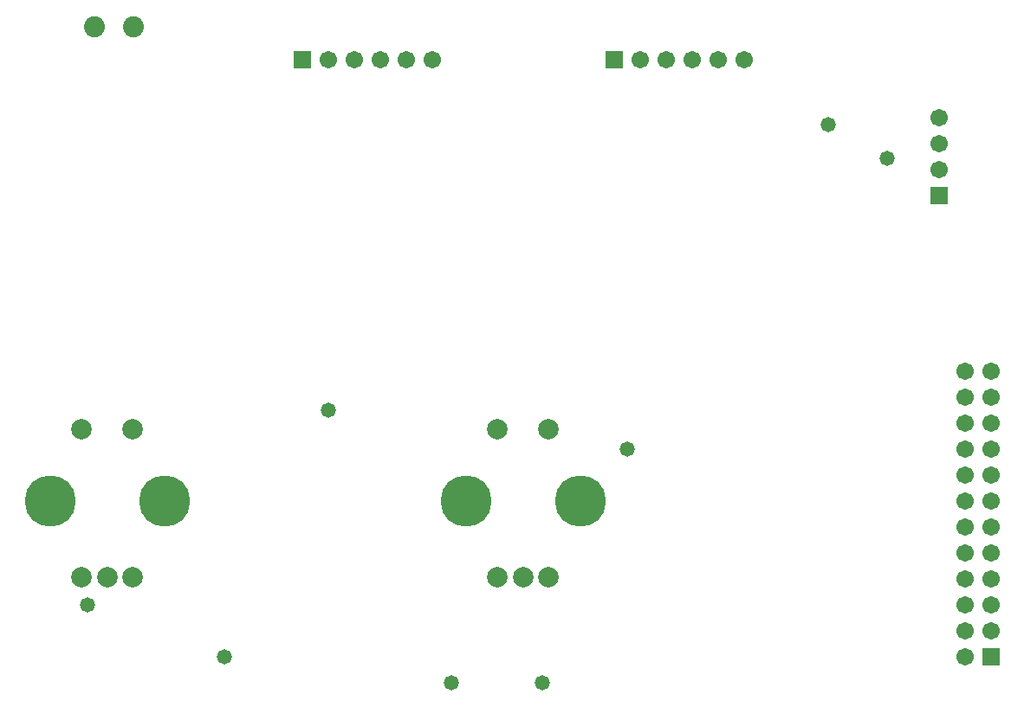
<source format=gbs>
G04*
G04 #@! TF.GenerationSoftware,Altium Limited,Altium Designer,19.1.8 (144)*
G04*
G04 Layer_Color=16711935*
%FSLAX25Y25*%
%MOIN*%
G70*
G01*
G75*
%ADD28C,0.08083*%
%ADD29C,0.06706*%
%ADD30R,0.06706X0.06706*%
%ADD31R,0.06706X0.06706*%
%ADD32C,0.19698*%
%ADD33C,0.07887*%
%ADD34C,0.05800*%
D28*
X60000Y282500D02*
D03*
X45000D02*
D03*
D29*
X370000Y247500D02*
D03*
Y237500D02*
D03*
Y227500D02*
D03*
X295000Y270000D02*
D03*
X285000D02*
D03*
X275000D02*
D03*
X265000D02*
D03*
X255000D02*
D03*
X380000Y90000D02*
D03*
Y80000D02*
D03*
Y70000D02*
D03*
Y60000D02*
D03*
Y50000D02*
D03*
Y40000D02*
D03*
Y150000D02*
D03*
Y140000D02*
D03*
Y130000D02*
D03*
Y120000D02*
D03*
Y110000D02*
D03*
Y100000D02*
D03*
X390000Y89970D02*
D03*
Y80000D02*
D03*
Y70000D02*
D03*
Y60000D02*
D03*
Y50000D02*
D03*
Y150000D02*
D03*
Y140000D02*
D03*
Y130000D02*
D03*
Y120000D02*
D03*
Y110000D02*
D03*
Y100000D02*
D03*
X175000Y270000D02*
D03*
X165000D02*
D03*
X155000D02*
D03*
X145000D02*
D03*
X135000D02*
D03*
D30*
X370000Y217500D02*
D03*
X390000Y40000D02*
D03*
D31*
X245000Y270000D02*
D03*
X125000D02*
D03*
D32*
X187953Y100000D02*
D03*
X232047D02*
D03*
X72047D02*
D03*
X27953D02*
D03*
D33*
X219843Y127559D02*
D03*
X200157D02*
D03*
X210000Y70472D02*
D03*
X219843D02*
D03*
X200157D02*
D03*
X40157D02*
D03*
X59843D02*
D03*
X50000D02*
D03*
X40157Y127559D02*
D03*
X59843D02*
D03*
D34*
X135000Y135000D02*
D03*
X217500Y30000D02*
D03*
X182500D02*
D03*
X250000Y120000D02*
D03*
X95000Y40000D02*
D03*
X42500Y60000D02*
D03*
X327500Y245000D02*
D03*
X350000Y232100D02*
D03*
M02*

</source>
